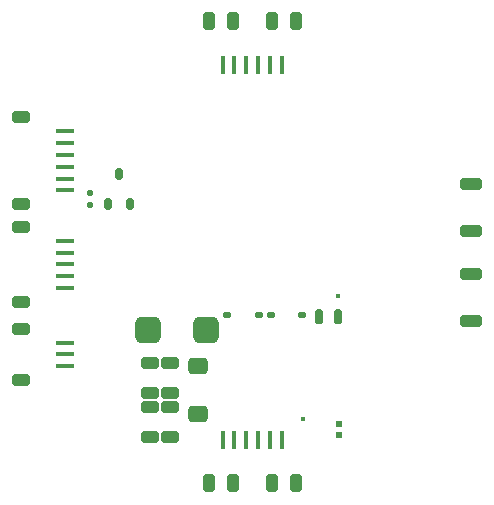
<source format=gtp>
G04*
G04 #@! TF.GenerationSoftware,Altium Limited,Altium Designer,22.0.2 (36)*
G04*
G04 Layer_Color=8421504*
%FSLAX25Y25*%
%MOIN*%
G70*
G04*
G04 #@! TF.SameCoordinates,A7353FC2-99F2-474C-B2A2-24993EA34B63*
G04*
G04*
G04 #@! TF.FilePolarity,Positive*
G04*
G01*
G75*
G04:AMPARAMS|DCode=16|XSize=15.75mil|YSize=59.06mil|CornerRadius=3.94mil|HoleSize=0mil|Usage=FLASHONLY|Rotation=90.000|XOffset=0mil|YOffset=0mil|HoleType=Round|Shape=RoundedRectangle|*
%AMROUNDEDRECTD16*
21,1,0.01575,0.05118,0,0,90.0*
21,1,0.00787,0.05906,0,0,90.0*
1,1,0.00787,0.02559,0.00394*
1,1,0.00787,0.02559,-0.00394*
1,1,0.00787,-0.02559,-0.00394*
1,1,0.00787,-0.02559,0.00394*
%
%ADD16ROUNDEDRECTD16*%
G04:AMPARAMS|DCode=17|XSize=39.37mil|YSize=59.06mil|CornerRadius=9.84mil|HoleSize=0mil|Usage=FLASHONLY|Rotation=90.000|XOffset=0mil|YOffset=0mil|HoleType=Round|Shape=RoundedRectangle|*
%AMROUNDEDRECTD17*
21,1,0.03937,0.03937,0,0,90.0*
21,1,0.01968,0.05906,0,0,90.0*
1,1,0.01968,0.01968,0.00984*
1,1,0.01968,0.01968,-0.00984*
1,1,0.01968,-0.01968,-0.00984*
1,1,0.01968,-0.01968,0.00984*
%
%ADD17ROUNDEDRECTD17*%
G04:AMPARAMS|DCode=18|XSize=20mil|YSize=20mil|CornerRadius=5mil|HoleSize=0mil|Usage=FLASHONLY|Rotation=0.000|XOffset=0mil|YOffset=0mil|HoleType=Round|Shape=RoundedRectangle|*
%AMROUNDEDRECTD18*
21,1,0.02000,0.01000,0,0,0.0*
21,1,0.01000,0.02000,0,0,0.0*
1,1,0.01000,0.00500,-0.00500*
1,1,0.01000,-0.00500,-0.00500*
1,1,0.01000,-0.00500,0.00500*
1,1,0.01000,0.00500,0.00500*
%
%ADD18ROUNDEDRECTD18*%
G04:AMPARAMS|DCode=19|XSize=23.62mil|YSize=39.37mil|CornerRadius=5.91mil|HoleSize=0mil|Usage=FLASHONLY|Rotation=180.000|XOffset=0mil|YOffset=0mil|HoleType=Round|Shape=RoundedRectangle|*
%AMROUNDEDRECTD19*
21,1,0.02362,0.02756,0,0,180.0*
21,1,0.01181,0.03937,0,0,180.0*
1,1,0.01181,-0.00591,0.01378*
1,1,0.01181,0.00591,0.01378*
1,1,0.01181,0.00591,-0.01378*
1,1,0.01181,-0.00591,-0.01378*
%
%ADD19ROUNDEDRECTD19*%
G04:AMPARAMS|DCode=20|XSize=40mil|YSize=60mil|CornerRadius=10mil|HoleSize=0mil|Usage=FLASHONLY|Rotation=180.000|XOffset=0mil|YOffset=0mil|HoleType=Round|Shape=RoundedRectangle|*
%AMROUNDEDRECTD20*
21,1,0.04000,0.04000,0,0,180.0*
21,1,0.02000,0.06000,0,0,180.0*
1,1,0.02000,-0.01000,0.02000*
1,1,0.02000,0.01000,0.02000*
1,1,0.02000,0.01000,-0.02000*
1,1,0.02000,-0.01000,-0.02000*
%
%ADD20ROUNDEDRECTD20*%
G04:AMPARAMS|DCode=21|XSize=16mil|YSize=16mil|CornerRadius=8mil|HoleSize=0mil|Usage=FLASHONLY|Rotation=270.000|XOffset=0mil|YOffset=0mil|HoleType=Round|Shape=RoundedRectangle|*
%AMROUNDEDRECTD21*
21,1,0.01600,0.00000,0,0,270.0*
21,1,0.00000,0.01600,0,0,270.0*
1,1,0.01600,0.00000,0.00000*
1,1,0.01600,0.00000,0.00000*
1,1,0.01600,0.00000,0.00000*
1,1,0.01600,0.00000,0.00000*
%
%ADD21ROUNDEDRECTD21*%
G04:AMPARAMS|DCode=22|XSize=39.37mil|YSize=59.06mil|CornerRadius=9.84mil|HoleSize=0mil|Usage=FLASHONLY|Rotation=0.000|XOffset=0mil|YOffset=0mil|HoleType=Round|Shape=RoundedRectangle|*
%AMROUNDEDRECTD22*
21,1,0.03937,0.03937,0,0,0.0*
21,1,0.01968,0.05906,0,0,0.0*
1,1,0.01968,0.00984,-0.01968*
1,1,0.01968,-0.00984,-0.01968*
1,1,0.01968,-0.00984,0.01968*
1,1,0.01968,0.00984,0.01968*
%
%ADD22ROUNDEDRECTD22*%
G04:AMPARAMS|DCode=23|XSize=15.75mil|YSize=59.06mil|CornerRadius=3.94mil|HoleSize=0mil|Usage=FLASHONLY|Rotation=180.000|XOffset=0mil|YOffset=0mil|HoleType=Round|Shape=RoundedRectangle|*
%AMROUNDEDRECTD23*
21,1,0.01575,0.05118,0,0,180.0*
21,1,0.00787,0.05906,0,0,180.0*
1,1,0.00787,-0.00394,0.02559*
1,1,0.00787,0.00394,0.02559*
1,1,0.00787,0.00394,-0.02559*
1,1,0.00787,-0.00394,-0.02559*
%
%ADD23ROUNDEDRECTD23*%
%ADD24R,0.01968X0.01968*%
G04:AMPARAMS|DCode=25|XSize=40mil|YSize=74mil|CornerRadius=10mil|HoleSize=0mil|Usage=FLASHONLY|Rotation=90.000|XOffset=0mil|YOffset=0mil|HoleType=Round|Shape=RoundedRectangle|*
%AMROUNDEDRECTD25*
21,1,0.04000,0.05400,0,0,90.0*
21,1,0.02000,0.07400,0,0,90.0*
1,1,0.02000,0.02700,0.01000*
1,1,0.02000,0.02700,-0.01000*
1,1,0.02000,-0.02700,-0.01000*
1,1,0.02000,-0.02700,0.01000*
%
%ADD25ROUNDEDRECTD25*%
G04:AMPARAMS|DCode=26|XSize=59.06mil|YSize=39.37mil|CornerRadius=9.84mil|HoleSize=0mil|Usage=FLASHONLY|Rotation=180.000|XOffset=0mil|YOffset=0mil|HoleType=Round|Shape=RoundedRectangle|*
%AMROUNDEDRECTD26*
21,1,0.05906,0.01968,0,0,180.0*
21,1,0.03937,0.03937,0,0,180.0*
1,1,0.01968,-0.01968,0.00984*
1,1,0.01968,0.01968,0.00984*
1,1,0.01968,0.01968,-0.00984*
1,1,0.01968,-0.01968,-0.00984*
%
%ADD26ROUNDEDRECTD26*%
G04:AMPARAMS|DCode=27|XSize=55mil|YSize=65mil|CornerRadius=13.75mil|HoleSize=0mil|Usage=FLASHONLY|Rotation=90.000|XOffset=0mil|YOffset=0mil|HoleType=Round|Shape=RoundedRectangle|*
%AMROUNDEDRECTD27*
21,1,0.05500,0.03750,0,0,90.0*
21,1,0.02750,0.06500,0,0,90.0*
1,1,0.02750,0.01875,0.01375*
1,1,0.02750,0.01875,-0.01375*
1,1,0.02750,-0.01875,-0.01375*
1,1,0.02750,-0.01875,0.01375*
%
%ADD27ROUNDEDRECTD27*%
G04:AMPARAMS|DCode=28|XSize=85.04mil|YSize=88.98mil|CornerRadius=21.26mil|HoleSize=0mil|Usage=FLASHONLY|Rotation=0.000|XOffset=0mil|YOffset=0mil|HoleType=Round|Shape=RoundedRectangle|*
%AMROUNDEDRECTD28*
21,1,0.08504,0.04646,0,0,0.0*
21,1,0.04252,0.08898,0,0,0.0*
1,1,0.04252,0.02126,-0.02323*
1,1,0.04252,-0.02126,-0.02323*
1,1,0.04252,-0.02126,0.02323*
1,1,0.04252,0.02126,0.02323*
%
%ADD28ROUNDEDRECTD28*%
G04:AMPARAMS|DCode=29|XSize=19.68mil|YSize=23.62mil|CornerRadius=4.92mil|HoleSize=0mil|Usage=FLASHONLY|Rotation=90.000|XOffset=0mil|YOffset=0mil|HoleType=Round|Shape=RoundedRectangle|*
%AMROUNDEDRECTD29*
21,1,0.01968,0.01378,0,0,90.0*
21,1,0.00984,0.02362,0,0,90.0*
1,1,0.00984,0.00689,0.00492*
1,1,0.00984,0.00689,-0.00492*
1,1,0.00984,-0.00689,-0.00492*
1,1,0.00984,-0.00689,0.00492*
%
%ADD29ROUNDEDRECTD29*%
G04:AMPARAMS|DCode=30|XSize=25mil|YSize=50mil|CornerRadius=6.25mil|HoleSize=0mil|Usage=FLASHONLY|Rotation=0.000|XOffset=0mil|YOffset=0mil|HoleType=Round|Shape=RoundedRectangle|*
%AMROUNDEDRECTD30*
21,1,0.02500,0.03750,0,0,0.0*
21,1,0.01250,0.05000,0,0,0.0*
1,1,0.01250,0.00625,-0.01875*
1,1,0.01250,-0.00625,-0.01875*
1,1,0.01250,-0.00625,0.01875*
1,1,0.01250,0.00625,0.01875*
%
%ADD30ROUNDEDRECTD30*%
D16*
X-62500Y20689D02*
D03*
Y40374D02*
D03*
Y36437D02*
D03*
Y28563D02*
D03*
Y32500D02*
D03*
Y24626D02*
D03*
Y-30063D02*
D03*
Y-34000D02*
D03*
Y-37937D02*
D03*
Y-11874D02*
D03*
Y-4000D02*
D03*
Y-7937D02*
D03*
Y-63D02*
D03*
Y3874D02*
D03*
D17*
X-77000Y16000D02*
D03*
Y45063D02*
D03*
Y-25500D02*
D03*
Y-42500D02*
D03*
Y8500D02*
D03*
Y-16500D02*
D03*
D18*
X-54000Y19700D02*
D03*
Y15700D02*
D03*
D19*
X-48040Y16295D02*
D03*
X-40560D02*
D03*
X-44300Y26105D02*
D03*
D20*
X6500Y-77000D02*
D03*
X-6500D02*
D03*
X6500Y77000D02*
D03*
X-6500D02*
D03*
D21*
X28500Y-14501D02*
D03*
X17000Y-55500D02*
D03*
D22*
X-14532Y-77000D02*
D03*
X14532D02*
D03*
Y77000D02*
D03*
X-14532D02*
D03*
D23*
X5906Y-62500D02*
D03*
X-1969D02*
D03*
X1969D02*
D03*
X-5906D02*
D03*
X-9843D02*
D03*
X9843D02*
D03*
X-5906Y62500D02*
D03*
X1969D02*
D03*
X-1969D02*
D03*
X5906D02*
D03*
X9843D02*
D03*
X-9843D02*
D03*
D24*
X29000Y-57300D02*
D03*
Y-60700D02*
D03*
D25*
X73000Y-7200D02*
D03*
Y-22800D02*
D03*
Y7200D02*
D03*
Y22800D02*
D03*
D26*
X-27500Y-61500D02*
D03*
X-27500Y-51500D02*
D03*
X-34000Y-61500D02*
D03*
X-34000Y-51500D02*
D03*
X-34000Y-37000D02*
D03*
X-34000Y-47000D02*
D03*
X-27500Y-37000D02*
D03*
X-27500Y-47000D02*
D03*
D27*
X-18000Y-38000D02*
D03*
Y-54000D02*
D03*
D28*
X-34646Y-26000D02*
D03*
X-15354D02*
D03*
D29*
X2234Y-21000D02*
D03*
X-8234D02*
D03*
X16734D02*
D03*
X6266D02*
D03*
D30*
X28547Y-21500D02*
D03*
X22454D02*
D03*
M02*

</source>
